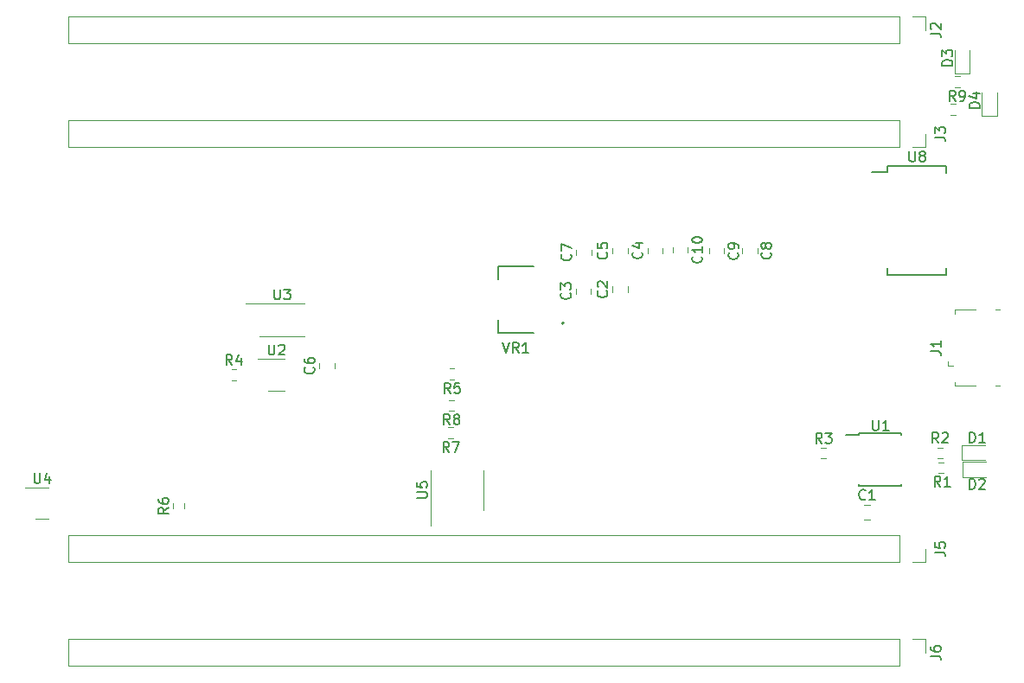
<source format=gbr>
%TF.GenerationSoftware,KiCad,Pcbnew,6.0.4-6f826c9f35~116~ubuntu21.10.1*%
%TF.CreationDate,2022-04-08T15:22:27+02:00*%
%TF.ProjectId,main,6d61696e-2e6b-4696-9361-645f70636258,rev?*%
%TF.SameCoordinates,Original*%
%TF.FileFunction,Legend,Top*%
%TF.FilePolarity,Positive*%
%FSLAX46Y46*%
G04 Gerber Fmt 4.6, Leading zero omitted, Abs format (unit mm)*
G04 Created by KiCad (PCBNEW 6.0.4-6f826c9f35~116~ubuntu21.10.1) date 2022-04-08 15:22:27*
%MOMM*%
%LPD*%
G01*
G04 APERTURE LIST*
%ADD10C,0.150000*%
%ADD11C,0.120000*%
%ADD12C,0.127000*%
%ADD13C,0.200000*%
G04 APERTURE END LIST*
D10*
%TO.C,R9*%
X184573333Y-72972380D02*
X184240000Y-72496190D01*
X184001904Y-72972380D02*
X184001904Y-71972380D01*
X184382857Y-71972380D01*
X184478095Y-72020000D01*
X184525714Y-72067619D01*
X184573333Y-72162857D01*
X184573333Y-72305714D01*
X184525714Y-72400952D01*
X184478095Y-72448571D01*
X184382857Y-72496190D01*
X184001904Y-72496190D01*
X185049523Y-72972380D02*
X185240000Y-72972380D01*
X185335238Y-72924761D01*
X185382857Y-72877142D01*
X185478095Y-72734285D01*
X185525714Y-72543809D01*
X185525714Y-72162857D01*
X185478095Y-72067619D01*
X185430476Y-72020000D01*
X185335238Y-71972380D01*
X185144761Y-71972380D01*
X185049523Y-72020000D01*
X185001904Y-72067619D01*
X184954285Y-72162857D01*
X184954285Y-72400952D01*
X185001904Y-72496190D01*
X185049523Y-72543809D01*
X185144761Y-72591428D01*
X185335238Y-72591428D01*
X185430476Y-72543809D01*
X185478095Y-72496190D01*
X185525714Y-72400952D01*
%TO.C,C7*%
X146877142Y-87996666D02*
X146924761Y-88044285D01*
X146972380Y-88187142D01*
X146972380Y-88282380D01*
X146924761Y-88425238D01*
X146829523Y-88520476D01*
X146734285Y-88568095D01*
X146543809Y-88615714D01*
X146400952Y-88615714D01*
X146210476Y-88568095D01*
X146115238Y-88520476D01*
X146020000Y-88425238D01*
X145972380Y-88282380D01*
X145972380Y-88187142D01*
X146020000Y-88044285D01*
X146067619Y-87996666D01*
X145972380Y-87663333D02*
X145972380Y-86996666D01*
X146972380Y-87425238D01*
%TO.C,C6*%
X121727142Y-99066666D02*
X121774761Y-99114285D01*
X121822380Y-99257142D01*
X121822380Y-99352380D01*
X121774761Y-99495238D01*
X121679523Y-99590476D01*
X121584285Y-99638095D01*
X121393809Y-99685714D01*
X121250952Y-99685714D01*
X121060476Y-99638095D01*
X120965238Y-99590476D01*
X120870000Y-99495238D01*
X120822380Y-99352380D01*
X120822380Y-99257142D01*
X120870000Y-99114285D01*
X120917619Y-99066666D01*
X120822380Y-98209523D02*
X120822380Y-98400000D01*
X120870000Y-98495238D01*
X120917619Y-98542857D01*
X121060476Y-98638095D01*
X121250952Y-98685714D01*
X121631904Y-98685714D01*
X121727142Y-98638095D01*
X121774761Y-98590476D01*
X121822380Y-98495238D01*
X121822380Y-98304761D01*
X121774761Y-98209523D01*
X121727142Y-98161904D01*
X121631904Y-98114285D01*
X121393809Y-98114285D01*
X121298571Y-98161904D01*
X121250952Y-98209523D01*
X121203333Y-98304761D01*
X121203333Y-98495238D01*
X121250952Y-98590476D01*
X121298571Y-98638095D01*
X121393809Y-98685714D01*
%TO.C,D3*%
X184272380Y-69518095D02*
X183272380Y-69518095D01*
X183272380Y-69280000D01*
X183320000Y-69137142D01*
X183415238Y-69041904D01*
X183510476Y-68994285D01*
X183700952Y-68946666D01*
X183843809Y-68946666D01*
X184034285Y-68994285D01*
X184129523Y-69041904D01*
X184224761Y-69137142D01*
X184272380Y-69280000D01*
X184272380Y-69518095D01*
X183272380Y-68613333D02*
X183272380Y-67994285D01*
X183653333Y-68327619D01*
X183653333Y-68184761D01*
X183700952Y-68089523D01*
X183748571Y-68041904D01*
X183843809Y-67994285D01*
X184081904Y-67994285D01*
X184177142Y-68041904D01*
X184224761Y-68089523D01*
X184272380Y-68184761D01*
X184272380Y-68470476D01*
X184224761Y-68565714D01*
X184177142Y-68613333D01*
%TO.C,J1*%
X182152380Y-97473333D02*
X182866666Y-97473333D01*
X183009523Y-97520952D01*
X183104761Y-97616190D01*
X183152380Y-97759047D01*
X183152380Y-97854285D01*
X183152380Y-96473333D02*
X183152380Y-97044761D01*
X183152380Y-96759047D02*
X182152380Y-96759047D01*
X182295238Y-96854285D01*
X182390476Y-96949523D01*
X182438095Y-97044761D01*
%TO.C,U3*%
X117888095Y-91422380D02*
X117888095Y-92231904D01*
X117935714Y-92327142D01*
X117983333Y-92374761D01*
X118078571Y-92422380D01*
X118269047Y-92422380D01*
X118364285Y-92374761D01*
X118411904Y-92327142D01*
X118459523Y-92231904D01*
X118459523Y-91422380D01*
X118840476Y-91422380D02*
X119459523Y-91422380D01*
X119126190Y-91803333D01*
X119269047Y-91803333D01*
X119364285Y-91850952D01*
X119411904Y-91898571D01*
X119459523Y-91993809D01*
X119459523Y-92231904D01*
X119411904Y-92327142D01*
X119364285Y-92374761D01*
X119269047Y-92422380D01*
X118983333Y-92422380D01*
X118888095Y-92374761D01*
X118840476Y-92327142D01*
%TO.C,C2*%
X150417142Y-91586666D02*
X150464761Y-91634285D01*
X150512380Y-91777142D01*
X150512380Y-91872380D01*
X150464761Y-92015238D01*
X150369523Y-92110476D01*
X150274285Y-92158095D01*
X150083809Y-92205714D01*
X149940952Y-92205714D01*
X149750476Y-92158095D01*
X149655238Y-92110476D01*
X149560000Y-92015238D01*
X149512380Y-91872380D01*
X149512380Y-91777142D01*
X149560000Y-91634285D01*
X149607619Y-91586666D01*
X149607619Y-91205714D02*
X149560000Y-91158095D01*
X149512380Y-91062857D01*
X149512380Y-90824761D01*
X149560000Y-90729523D01*
X149607619Y-90681904D01*
X149702857Y-90634285D01*
X149798095Y-90634285D01*
X149940952Y-90681904D01*
X150512380Y-91253333D01*
X150512380Y-90634285D01*
%TO.C,U8*%
X180058095Y-77912380D02*
X180058095Y-78721904D01*
X180105714Y-78817142D01*
X180153333Y-78864761D01*
X180248571Y-78912380D01*
X180439047Y-78912380D01*
X180534285Y-78864761D01*
X180581904Y-78817142D01*
X180629523Y-78721904D01*
X180629523Y-77912380D01*
X181248571Y-78340952D02*
X181153333Y-78293333D01*
X181105714Y-78245714D01*
X181058095Y-78150476D01*
X181058095Y-78102857D01*
X181105714Y-78007619D01*
X181153333Y-77960000D01*
X181248571Y-77912380D01*
X181439047Y-77912380D01*
X181534285Y-77960000D01*
X181581904Y-78007619D01*
X181629523Y-78102857D01*
X181629523Y-78150476D01*
X181581904Y-78245714D01*
X181534285Y-78293333D01*
X181439047Y-78340952D01*
X181248571Y-78340952D01*
X181153333Y-78388571D01*
X181105714Y-78436190D01*
X181058095Y-78531428D01*
X181058095Y-78721904D01*
X181105714Y-78817142D01*
X181153333Y-78864761D01*
X181248571Y-78912380D01*
X181439047Y-78912380D01*
X181534285Y-78864761D01*
X181581904Y-78817142D01*
X181629523Y-78721904D01*
X181629523Y-78531428D01*
X181581904Y-78436190D01*
X181534285Y-78388571D01*
X181439047Y-78340952D01*
%TO.C,VR1*%
X140235476Y-96636380D02*
X140568809Y-97636380D01*
X140902142Y-96636380D01*
X141806904Y-97636380D02*
X141473571Y-97160190D01*
X141235476Y-97636380D02*
X141235476Y-96636380D01*
X141616428Y-96636380D01*
X141711666Y-96684000D01*
X141759285Y-96731619D01*
X141806904Y-96826857D01*
X141806904Y-96969714D01*
X141759285Y-97064952D01*
X141711666Y-97112571D01*
X141616428Y-97160190D01*
X141235476Y-97160190D01*
X142759285Y-97636380D02*
X142187857Y-97636380D01*
X142473571Y-97636380D02*
X142473571Y-96636380D01*
X142378333Y-96779238D01*
X142283095Y-96874476D01*
X142187857Y-96922095D01*
%TO.C,R3*%
X171495833Y-106502380D02*
X171162500Y-106026190D01*
X170924404Y-106502380D02*
X170924404Y-105502380D01*
X171305357Y-105502380D01*
X171400595Y-105550000D01*
X171448214Y-105597619D01*
X171495833Y-105692857D01*
X171495833Y-105835714D01*
X171448214Y-105930952D01*
X171400595Y-105978571D01*
X171305357Y-106026190D01*
X170924404Y-106026190D01*
X171829166Y-105502380D02*
X172448214Y-105502380D01*
X172114880Y-105883333D01*
X172257738Y-105883333D01*
X172352976Y-105930952D01*
X172400595Y-105978571D01*
X172448214Y-106073809D01*
X172448214Y-106311904D01*
X172400595Y-106407142D01*
X172352976Y-106454761D01*
X172257738Y-106502380D01*
X171972023Y-106502380D01*
X171876785Y-106454761D01*
X171829166Y-106407142D01*
%TO.C,C1*%
X175753333Y-111947142D02*
X175705714Y-111994761D01*
X175562857Y-112042380D01*
X175467619Y-112042380D01*
X175324761Y-111994761D01*
X175229523Y-111899523D01*
X175181904Y-111804285D01*
X175134285Y-111613809D01*
X175134285Y-111470952D01*
X175181904Y-111280476D01*
X175229523Y-111185238D01*
X175324761Y-111090000D01*
X175467619Y-111042380D01*
X175562857Y-111042380D01*
X175705714Y-111090000D01*
X175753333Y-111137619D01*
X176705714Y-112042380D02*
X176134285Y-112042380D01*
X176420000Y-112042380D02*
X176420000Y-111042380D01*
X176324761Y-111185238D01*
X176229523Y-111280476D01*
X176134285Y-111328095D01*
%TO.C,J3*%
X182562380Y-76533333D02*
X183276666Y-76533333D01*
X183419523Y-76580952D01*
X183514761Y-76676190D01*
X183562380Y-76819047D01*
X183562380Y-76914285D01*
X182562380Y-76152380D02*
X182562380Y-75533333D01*
X182943333Y-75866666D01*
X182943333Y-75723809D01*
X182990952Y-75628571D01*
X183038571Y-75580952D01*
X183133809Y-75533333D01*
X183371904Y-75533333D01*
X183467142Y-75580952D01*
X183514761Y-75628571D01*
X183562380Y-75723809D01*
X183562380Y-76009523D01*
X183514761Y-76104761D01*
X183467142Y-76152380D01*
%TO.C,R1*%
X183095833Y-110742380D02*
X182762500Y-110266190D01*
X182524404Y-110742380D02*
X182524404Y-109742380D01*
X182905357Y-109742380D01*
X183000595Y-109790000D01*
X183048214Y-109837619D01*
X183095833Y-109932857D01*
X183095833Y-110075714D01*
X183048214Y-110170952D01*
X183000595Y-110218571D01*
X182905357Y-110266190D01*
X182524404Y-110266190D01*
X184048214Y-110742380D02*
X183476785Y-110742380D01*
X183762500Y-110742380D02*
X183762500Y-109742380D01*
X183667261Y-109885238D01*
X183572023Y-109980476D01*
X183476785Y-110028095D01*
%TO.C,C3*%
X146827142Y-91776666D02*
X146874761Y-91824285D01*
X146922380Y-91967142D01*
X146922380Y-92062380D01*
X146874761Y-92205238D01*
X146779523Y-92300476D01*
X146684285Y-92348095D01*
X146493809Y-92395714D01*
X146350952Y-92395714D01*
X146160476Y-92348095D01*
X146065238Y-92300476D01*
X145970000Y-92205238D01*
X145922380Y-92062380D01*
X145922380Y-91967142D01*
X145970000Y-91824285D01*
X146017619Y-91776666D01*
X145922380Y-91443333D02*
X145922380Y-90824285D01*
X146303333Y-91157619D01*
X146303333Y-91014761D01*
X146350952Y-90919523D01*
X146398571Y-90871904D01*
X146493809Y-90824285D01*
X146731904Y-90824285D01*
X146827142Y-90871904D01*
X146874761Y-90919523D01*
X146922380Y-91014761D01*
X146922380Y-91300476D01*
X146874761Y-91395714D01*
X146827142Y-91443333D01*
%TO.C,C8*%
X166467142Y-87826666D02*
X166514761Y-87874285D01*
X166562380Y-88017142D01*
X166562380Y-88112380D01*
X166514761Y-88255238D01*
X166419523Y-88350476D01*
X166324285Y-88398095D01*
X166133809Y-88445714D01*
X165990952Y-88445714D01*
X165800476Y-88398095D01*
X165705238Y-88350476D01*
X165610000Y-88255238D01*
X165562380Y-88112380D01*
X165562380Y-88017142D01*
X165610000Y-87874285D01*
X165657619Y-87826666D01*
X165990952Y-87255238D02*
X165943333Y-87350476D01*
X165895714Y-87398095D01*
X165800476Y-87445714D01*
X165752857Y-87445714D01*
X165657619Y-87398095D01*
X165610000Y-87350476D01*
X165562380Y-87255238D01*
X165562380Y-87064761D01*
X165610000Y-86969523D01*
X165657619Y-86921904D01*
X165752857Y-86874285D01*
X165800476Y-86874285D01*
X165895714Y-86921904D01*
X165943333Y-86969523D01*
X165990952Y-87064761D01*
X165990952Y-87255238D01*
X166038571Y-87350476D01*
X166086190Y-87398095D01*
X166181428Y-87445714D01*
X166371904Y-87445714D01*
X166467142Y-87398095D01*
X166514761Y-87350476D01*
X166562380Y-87255238D01*
X166562380Y-87064761D01*
X166514761Y-86969523D01*
X166467142Y-86921904D01*
X166371904Y-86874285D01*
X166181428Y-86874285D01*
X166086190Y-86921904D01*
X166038571Y-86969523D01*
X165990952Y-87064761D01*
%TO.C,J2*%
X182122380Y-66373333D02*
X182836666Y-66373333D01*
X182979523Y-66420952D01*
X183074761Y-66516190D01*
X183122380Y-66659047D01*
X183122380Y-66754285D01*
X182217619Y-65944761D02*
X182170000Y-65897142D01*
X182122380Y-65801904D01*
X182122380Y-65563809D01*
X182170000Y-65468571D01*
X182217619Y-65420952D01*
X182312857Y-65373333D01*
X182408095Y-65373333D01*
X182550952Y-65420952D01*
X183122380Y-65992380D01*
X183122380Y-65373333D01*
%TO.C,R2*%
X182915833Y-106462380D02*
X182582500Y-105986190D01*
X182344404Y-106462380D02*
X182344404Y-105462380D01*
X182725357Y-105462380D01*
X182820595Y-105510000D01*
X182868214Y-105557619D01*
X182915833Y-105652857D01*
X182915833Y-105795714D01*
X182868214Y-105890952D01*
X182820595Y-105938571D01*
X182725357Y-105986190D01*
X182344404Y-105986190D01*
X183296785Y-105557619D02*
X183344404Y-105510000D01*
X183439642Y-105462380D01*
X183677738Y-105462380D01*
X183772976Y-105510000D01*
X183820595Y-105557619D01*
X183868214Y-105652857D01*
X183868214Y-105748095D01*
X183820595Y-105890952D01*
X183249166Y-106462380D01*
X183868214Y-106462380D01*
%TO.C,D2*%
X185951904Y-110992380D02*
X185951904Y-109992380D01*
X186190000Y-109992380D01*
X186332857Y-110040000D01*
X186428095Y-110135238D01*
X186475714Y-110230476D01*
X186523333Y-110420952D01*
X186523333Y-110563809D01*
X186475714Y-110754285D01*
X186428095Y-110849523D01*
X186332857Y-110944761D01*
X186190000Y-110992380D01*
X185951904Y-110992380D01*
X186904285Y-110087619D02*
X186951904Y-110040000D01*
X187047142Y-109992380D01*
X187285238Y-109992380D01*
X187380476Y-110040000D01*
X187428095Y-110087619D01*
X187475714Y-110182857D01*
X187475714Y-110278095D01*
X187428095Y-110420952D01*
X186856666Y-110992380D01*
X187475714Y-110992380D01*
%TO.C,R4*%
X113763333Y-98832380D02*
X113430000Y-98356190D01*
X113191904Y-98832380D02*
X113191904Y-97832380D01*
X113572857Y-97832380D01*
X113668095Y-97880000D01*
X113715714Y-97927619D01*
X113763333Y-98022857D01*
X113763333Y-98165714D01*
X113715714Y-98260952D01*
X113668095Y-98308571D01*
X113572857Y-98356190D01*
X113191904Y-98356190D01*
X114620476Y-98165714D02*
X114620476Y-98832380D01*
X114382380Y-97784761D02*
X114144285Y-98499047D01*
X114763333Y-98499047D01*
%TO.C,C9*%
X163237142Y-87846666D02*
X163284761Y-87894285D01*
X163332380Y-88037142D01*
X163332380Y-88132380D01*
X163284761Y-88275238D01*
X163189523Y-88370476D01*
X163094285Y-88418095D01*
X162903809Y-88465714D01*
X162760952Y-88465714D01*
X162570476Y-88418095D01*
X162475238Y-88370476D01*
X162380000Y-88275238D01*
X162332380Y-88132380D01*
X162332380Y-88037142D01*
X162380000Y-87894285D01*
X162427619Y-87846666D01*
X163332380Y-87370476D02*
X163332380Y-87180000D01*
X163284761Y-87084761D01*
X163237142Y-87037142D01*
X163094285Y-86941904D01*
X162903809Y-86894285D01*
X162522857Y-86894285D01*
X162427619Y-86941904D01*
X162380000Y-86989523D01*
X162332380Y-87084761D01*
X162332380Y-87275238D01*
X162380000Y-87370476D01*
X162427619Y-87418095D01*
X162522857Y-87465714D01*
X162760952Y-87465714D01*
X162856190Y-87418095D01*
X162903809Y-87370476D01*
X162951428Y-87275238D01*
X162951428Y-87084761D01*
X162903809Y-86989523D01*
X162856190Y-86941904D01*
X162760952Y-86894285D01*
%TO.C,R8*%
X135078333Y-104662380D02*
X134745000Y-104186190D01*
X134506904Y-104662380D02*
X134506904Y-103662380D01*
X134887857Y-103662380D01*
X134983095Y-103710000D01*
X135030714Y-103757619D01*
X135078333Y-103852857D01*
X135078333Y-103995714D01*
X135030714Y-104090952D01*
X134983095Y-104138571D01*
X134887857Y-104186190D01*
X134506904Y-104186190D01*
X135649761Y-104090952D02*
X135554523Y-104043333D01*
X135506904Y-103995714D01*
X135459285Y-103900476D01*
X135459285Y-103852857D01*
X135506904Y-103757619D01*
X135554523Y-103710000D01*
X135649761Y-103662380D01*
X135840238Y-103662380D01*
X135935476Y-103710000D01*
X135983095Y-103757619D01*
X136030714Y-103852857D01*
X136030714Y-103900476D01*
X135983095Y-103995714D01*
X135935476Y-104043333D01*
X135840238Y-104090952D01*
X135649761Y-104090952D01*
X135554523Y-104138571D01*
X135506904Y-104186190D01*
X135459285Y-104281428D01*
X135459285Y-104471904D01*
X135506904Y-104567142D01*
X135554523Y-104614761D01*
X135649761Y-104662380D01*
X135840238Y-104662380D01*
X135935476Y-104614761D01*
X135983095Y-104567142D01*
X136030714Y-104471904D01*
X136030714Y-104281428D01*
X135983095Y-104186190D01*
X135935476Y-104138571D01*
X135840238Y-104090952D01*
%TO.C,R5*%
X135123333Y-101602380D02*
X134790000Y-101126190D01*
X134551904Y-101602380D02*
X134551904Y-100602380D01*
X134932857Y-100602380D01*
X135028095Y-100650000D01*
X135075714Y-100697619D01*
X135123333Y-100792857D01*
X135123333Y-100935714D01*
X135075714Y-101030952D01*
X135028095Y-101078571D01*
X134932857Y-101126190D01*
X134551904Y-101126190D01*
X136028095Y-100602380D02*
X135551904Y-100602380D01*
X135504285Y-101078571D01*
X135551904Y-101030952D01*
X135647142Y-100983333D01*
X135885238Y-100983333D01*
X135980476Y-101030952D01*
X136028095Y-101078571D01*
X136075714Y-101173809D01*
X136075714Y-101411904D01*
X136028095Y-101507142D01*
X135980476Y-101554761D01*
X135885238Y-101602380D01*
X135647142Y-101602380D01*
X135551904Y-101554761D01*
X135504285Y-101507142D01*
%TO.C,U2*%
X117338095Y-96852380D02*
X117338095Y-97661904D01*
X117385714Y-97757142D01*
X117433333Y-97804761D01*
X117528571Y-97852380D01*
X117719047Y-97852380D01*
X117814285Y-97804761D01*
X117861904Y-97757142D01*
X117909523Y-97661904D01*
X117909523Y-96852380D01*
X118338095Y-96947619D02*
X118385714Y-96900000D01*
X118480952Y-96852380D01*
X118719047Y-96852380D01*
X118814285Y-96900000D01*
X118861904Y-96947619D01*
X118909523Y-97042857D01*
X118909523Y-97138095D01*
X118861904Y-97280952D01*
X118290476Y-97852380D01*
X118909523Y-97852380D01*
%TO.C,R7*%
X135003333Y-107362380D02*
X134670000Y-106886190D01*
X134431904Y-107362380D02*
X134431904Y-106362380D01*
X134812857Y-106362380D01*
X134908095Y-106410000D01*
X134955714Y-106457619D01*
X135003333Y-106552857D01*
X135003333Y-106695714D01*
X134955714Y-106790952D01*
X134908095Y-106838571D01*
X134812857Y-106886190D01*
X134431904Y-106886190D01*
X135336666Y-106362380D02*
X136003333Y-106362380D01*
X135574761Y-107362380D01*
%TO.C,D1*%
X185964404Y-106432380D02*
X185964404Y-105432380D01*
X186202500Y-105432380D01*
X186345357Y-105480000D01*
X186440595Y-105575238D01*
X186488214Y-105670476D01*
X186535833Y-105860952D01*
X186535833Y-106003809D01*
X186488214Y-106194285D01*
X186440595Y-106289523D01*
X186345357Y-106384761D01*
X186202500Y-106432380D01*
X185964404Y-106432380D01*
X187488214Y-106432380D02*
X186916785Y-106432380D01*
X187202500Y-106432380D02*
X187202500Y-105432380D01*
X187107261Y-105575238D01*
X187012023Y-105670476D01*
X186916785Y-105718095D01*
%TO.C,J6*%
X182122380Y-127333333D02*
X182836666Y-127333333D01*
X182979523Y-127380952D01*
X183074761Y-127476190D01*
X183122380Y-127619047D01*
X183122380Y-127714285D01*
X182122380Y-126428571D02*
X182122380Y-126619047D01*
X182170000Y-126714285D01*
X182217619Y-126761904D01*
X182360476Y-126857142D01*
X182550952Y-126904761D01*
X182931904Y-126904761D01*
X183027142Y-126857142D01*
X183074761Y-126809523D01*
X183122380Y-126714285D01*
X183122380Y-126523809D01*
X183074761Y-126428571D01*
X183027142Y-126380952D01*
X182931904Y-126333333D01*
X182693809Y-126333333D01*
X182598571Y-126380952D01*
X182550952Y-126428571D01*
X182503333Y-126523809D01*
X182503333Y-126714285D01*
X182550952Y-126809523D01*
X182598571Y-126857142D01*
X182693809Y-126904761D01*
%TO.C,U4*%
X94398095Y-109422380D02*
X94398095Y-110231904D01*
X94445714Y-110327142D01*
X94493333Y-110374761D01*
X94588571Y-110422380D01*
X94779047Y-110422380D01*
X94874285Y-110374761D01*
X94921904Y-110327142D01*
X94969523Y-110231904D01*
X94969523Y-109422380D01*
X95874285Y-109755714D02*
X95874285Y-110422380D01*
X95636190Y-109374761D02*
X95398095Y-110089047D01*
X96017142Y-110089047D01*
%TO.C,R6*%
X107542380Y-112806666D02*
X107066190Y-113140000D01*
X107542380Y-113378095D02*
X106542380Y-113378095D01*
X106542380Y-112997142D01*
X106590000Y-112901904D01*
X106637619Y-112854285D01*
X106732857Y-112806666D01*
X106875714Y-112806666D01*
X106970952Y-112854285D01*
X107018571Y-112901904D01*
X107066190Y-112997142D01*
X107066190Y-113378095D01*
X106542380Y-111949523D02*
X106542380Y-112140000D01*
X106590000Y-112235238D01*
X106637619Y-112282857D01*
X106780476Y-112378095D01*
X106970952Y-112425714D01*
X107351904Y-112425714D01*
X107447142Y-112378095D01*
X107494761Y-112330476D01*
X107542380Y-112235238D01*
X107542380Y-112044761D01*
X107494761Y-111949523D01*
X107447142Y-111901904D01*
X107351904Y-111854285D01*
X107113809Y-111854285D01*
X107018571Y-111901904D01*
X106970952Y-111949523D01*
X106923333Y-112044761D01*
X106923333Y-112235238D01*
X106970952Y-112330476D01*
X107018571Y-112378095D01*
X107113809Y-112425714D01*
%TO.C,J5*%
X182562380Y-117173333D02*
X183276666Y-117173333D01*
X183419523Y-117220952D01*
X183514761Y-117316190D01*
X183562380Y-117459047D01*
X183562380Y-117554285D01*
X182562380Y-116220952D02*
X182562380Y-116697142D01*
X183038571Y-116744761D01*
X182990952Y-116697142D01*
X182943333Y-116601904D01*
X182943333Y-116363809D01*
X182990952Y-116268571D01*
X183038571Y-116220952D01*
X183133809Y-116173333D01*
X183371904Y-116173333D01*
X183467142Y-116220952D01*
X183514761Y-116268571D01*
X183562380Y-116363809D01*
X183562380Y-116601904D01*
X183514761Y-116697142D01*
X183467142Y-116744761D01*
%TO.C,D4*%
X186932380Y-73668095D02*
X185932380Y-73668095D01*
X185932380Y-73430000D01*
X185980000Y-73287142D01*
X186075238Y-73191904D01*
X186170476Y-73144285D01*
X186360952Y-73096666D01*
X186503809Y-73096666D01*
X186694285Y-73144285D01*
X186789523Y-73191904D01*
X186884761Y-73287142D01*
X186932380Y-73430000D01*
X186932380Y-73668095D01*
X186265714Y-72239523D02*
X186932380Y-72239523D01*
X185884761Y-72477619D02*
X186599047Y-72715714D01*
X186599047Y-72096666D01*
%TO.C,U5*%
X131842380Y-111851904D02*
X132651904Y-111851904D01*
X132747142Y-111804285D01*
X132794761Y-111756666D01*
X132842380Y-111661428D01*
X132842380Y-111470952D01*
X132794761Y-111375714D01*
X132747142Y-111328095D01*
X132651904Y-111280476D01*
X131842380Y-111280476D01*
X131842380Y-110328095D02*
X131842380Y-110804285D01*
X132318571Y-110851904D01*
X132270952Y-110804285D01*
X132223333Y-110709047D01*
X132223333Y-110470952D01*
X132270952Y-110375714D01*
X132318571Y-110328095D01*
X132413809Y-110280476D01*
X132651904Y-110280476D01*
X132747142Y-110328095D01*
X132794761Y-110375714D01*
X132842380Y-110470952D01*
X132842380Y-110709047D01*
X132794761Y-110804285D01*
X132747142Y-110851904D01*
%TO.C,C10*%
X159687142Y-88212857D02*
X159734761Y-88260476D01*
X159782380Y-88403333D01*
X159782380Y-88498571D01*
X159734761Y-88641428D01*
X159639523Y-88736666D01*
X159544285Y-88784285D01*
X159353809Y-88831904D01*
X159210952Y-88831904D01*
X159020476Y-88784285D01*
X158925238Y-88736666D01*
X158830000Y-88641428D01*
X158782380Y-88498571D01*
X158782380Y-88403333D01*
X158830000Y-88260476D01*
X158877619Y-88212857D01*
X159782380Y-87260476D02*
X159782380Y-87831904D01*
X159782380Y-87546190D02*
X158782380Y-87546190D01*
X158925238Y-87641428D01*
X159020476Y-87736666D01*
X159068095Y-87831904D01*
X158782380Y-86641428D02*
X158782380Y-86546190D01*
X158830000Y-86450952D01*
X158877619Y-86403333D01*
X158972857Y-86355714D01*
X159163333Y-86308095D01*
X159401428Y-86308095D01*
X159591904Y-86355714D01*
X159687142Y-86403333D01*
X159734761Y-86450952D01*
X159782380Y-86546190D01*
X159782380Y-86641428D01*
X159734761Y-86736666D01*
X159687142Y-86784285D01*
X159591904Y-86831904D01*
X159401428Y-86879523D01*
X159163333Y-86879523D01*
X158972857Y-86831904D01*
X158877619Y-86784285D01*
X158830000Y-86736666D01*
X158782380Y-86641428D01*
%TO.C,C4*%
X153847142Y-87786666D02*
X153894761Y-87834285D01*
X153942380Y-87977142D01*
X153942380Y-88072380D01*
X153894761Y-88215238D01*
X153799523Y-88310476D01*
X153704285Y-88358095D01*
X153513809Y-88405714D01*
X153370952Y-88405714D01*
X153180476Y-88358095D01*
X153085238Y-88310476D01*
X152990000Y-88215238D01*
X152942380Y-88072380D01*
X152942380Y-87977142D01*
X152990000Y-87834285D01*
X153037619Y-87786666D01*
X153275714Y-86929523D02*
X153942380Y-86929523D01*
X152894761Y-87167619D02*
X153609047Y-87405714D01*
X153609047Y-86786666D01*
%TO.C,C5*%
X150417142Y-87816666D02*
X150464761Y-87864285D01*
X150512380Y-88007142D01*
X150512380Y-88102380D01*
X150464761Y-88245238D01*
X150369523Y-88340476D01*
X150274285Y-88388095D01*
X150083809Y-88435714D01*
X149940952Y-88435714D01*
X149750476Y-88388095D01*
X149655238Y-88340476D01*
X149560000Y-88245238D01*
X149512380Y-88102380D01*
X149512380Y-88007142D01*
X149560000Y-87864285D01*
X149607619Y-87816666D01*
X149512380Y-86911904D02*
X149512380Y-87388095D01*
X149988571Y-87435714D01*
X149940952Y-87388095D01*
X149893333Y-87292857D01*
X149893333Y-87054761D01*
X149940952Y-86959523D01*
X149988571Y-86911904D01*
X150083809Y-86864285D01*
X150321904Y-86864285D01*
X150417142Y-86911904D01*
X150464761Y-86959523D01*
X150512380Y-87054761D01*
X150512380Y-87292857D01*
X150464761Y-87388095D01*
X150417142Y-87435714D01*
%TO.C,U1*%
X176460595Y-104252380D02*
X176460595Y-105061904D01*
X176508214Y-105157142D01*
X176555833Y-105204761D01*
X176651071Y-105252380D01*
X176841547Y-105252380D01*
X176936785Y-105204761D01*
X176984404Y-105157142D01*
X177032023Y-105061904D01*
X177032023Y-104252380D01*
X178032023Y-105252380D02*
X177460595Y-105252380D01*
X177746309Y-105252380D02*
X177746309Y-104252380D01*
X177651071Y-104395238D01*
X177555833Y-104490476D01*
X177460595Y-104538095D01*
D11*
%TO.C,R9*%
X184977258Y-70567500D02*
X184502742Y-70567500D01*
X184977258Y-71612500D02*
X184502742Y-71612500D01*
%TO.C,C7*%
X148935000Y-88091252D02*
X148935000Y-87568748D01*
X147465000Y-88091252D02*
X147465000Y-87568748D01*
%TO.C,C6*%
X123785000Y-99161252D02*
X123785000Y-98638748D01*
X122315000Y-99161252D02*
X122315000Y-98638748D01*
%TO.C,R10*%
X184587258Y-74332500D02*
X184112742Y-74332500D01*
X184587258Y-73287500D02*
X184112742Y-73287500D01*
%TO.C,D3*%
X185985000Y-70265000D02*
X185985000Y-67980000D01*
X184515000Y-67980000D02*
X184515000Y-70265000D01*
X184515000Y-70265000D02*
X185985000Y-70265000D01*
%TO.C,J1*%
X188890000Y-100900000D02*
X188490000Y-100900000D01*
X186520000Y-93380000D02*
X184540000Y-93380000D01*
X184540000Y-100900000D02*
X184540000Y-100480000D01*
X183860000Y-98450000D02*
X183860000Y-98900000D01*
X184540000Y-93380000D02*
X184540000Y-93800000D01*
X186520000Y-100900000D02*
X184540000Y-100900000D01*
X188490000Y-93380000D02*
X188890000Y-93380000D01*
X184310000Y-98900000D02*
X183860000Y-98900000D01*
%TO.C,U3*%
X118650000Y-96030000D02*
X116450000Y-96030000D01*
X118650000Y-92810000D02*
X120850000Y-92810000D01*
X118650000Y-96030000D02*
X120850000Y-96030000D01*
X118650000Y-92810000D02*
X115050000Y-92810000D01*
%TO.C,C2*%
X152475000Y-91681252D02*
X152475000Y-91158748D01*
X151005000Y-91681252D02*
X151005000Y-91158748D01*
D10*
%TO.C,U8*%
X183695000Y-79385000D02*
X183695000Y-80035000D01*
X177945000Y-79385000D02*
X177945000Y-79960000D01*
X177945000Y-90035000D02*
X177945000Y-89385000D01*
X177945000Y-79385000D02*
X183695000Y-79385000D01*
X183695000Y-90035000D02*
X183695000Y-89385000D01*
X177945000Y-90035000D02*
X183695000Y-90035000D01*
X177945000Y-79960000D02*
X176345000Y-79960000D01*
D12*
%TO.C,VR1*%
X143270000Y-95680000D02*
X139770000Y-95680000D01*
X139770000Y-95680000D02*
X139770000Y-94440000D01*
X143270000Y-89180000D02*
X139770000Y-89180000D01*
X139770000Y-89180000D02*
X139770000Y-90420000D01*
D13*
X146220000Y-94730000D02*
G75*
G03*
X146220000Y-94730000I-100000J0D01*
G01*
D11*
%TO.C,R3*%
X171425242Y-108002500D02*
X171899758Y-108002500D01*
X171425242Y-106957500D02*
X171899758Y-106957500D01*
%TO.C,C1*%
X175658748Y-114005000D02*
X176181252Y-114005000D01*
X175658748Y-112535000D02*
X176181252Y-112535000D01*
%TO.C,J3*%
X181670000Y-77530000D02*
X180340000Y-77530000D01*
X179070000Y-74870000D02*
X97730000Y-74870000D01*
X179070000Y-74870000D02*
X179070000Y-77530000D01*
X97730000Y-74870000D02*
X97730000Y-77530000D01*
X181670000Y-76200000D02*
X181670000Y-77530000D01*
X179070000Y-77530000D02*
X97730000Y-77530000D01*
%TO.C,R1*%
X182935242Y-109432500D02*
X183409758Y-109432500D01*
X182935242Y-108387500D02*
X183409758Y-108387500D01*
%TO.C,C3*%
X147415000Y-91871252D02*
X147415000Y-91348748D01*
X148885000Y-91871252D02*
X148885000Y-91348748D01*
%TO.C,C8*%
X165165000Y-87398748D02*
X165165000Y-87921252D01*
X163695000Y-87398748D02*
X163695000Y-87921252D01*
%TO.C,J2*%
X180340000Y-64710000D02*
X181670000Y-64710000D01*
X179070000Y-67370000D02*
X97730000Y-67370000D01*
X179070000Y-64710000D02*
X179070000Y-67370000D01*
X181670000Y-64710000D02*
X181670000Y-66040000D01*
X97730000Y-64710000D02*
X97730000Y-67370000D01*
X179070000Y-64710000D02*
X97730000Y-64710000D01*
%TO.C,R2*%
X182845242Y-106917500D02*
X183319758Y-106917500D01*
X182845242Y-107962500D02*
X183319758Y-107962500D01*
%TO.C,D2*%
X187520000Y-108335000D02*
X185235000Y-108335000D01*
X185235000Y-108335000D02*
X185235000Y-109805000D01*
X185235000Y-109805000D02*
X187520000Y-109805000D01*
%TO.C,R4*%
X113692742Y-100332500D02*
X114167258Y-100332500D01*
X113692742Y-99287500D02*
X114167258Y-99287500D01*
%TO.C,C9*%
X161935000Y-87418748D02*
X161935000Y-87941252D01*
X160465000Y-87418748D02*
X160465000Y-87941252D01*
%TO.C,R8*%
X135482258Y-102257500D02*
X135007742Y-102257500D01*
X135482258Y-103302500D02*
X135007742Y-103302500D01*
%TO.C,R5*%
X135527258Y-100242500D02*
X135052742Y-100242500D01*
X135527258Y-99197500D02*
X135052742Y-99197500D01*
%TO.C,U2*%
X118100000Y-98240000D02*
X118900000Y-98240000D01*
X118100000Y-101360000D02*
X118900000Y-101360000D01*
X118100000Y-101360000D02*
X117300000Y-101360000D01*
X118100000Y-98240000D02*
X116300000Y-98240000D01*
%TO.C,R7*%
X135407258Y-104957500D02*
X134932742Y-104957500D01*
X135407258Y-106002500D02*
X134932742Y-106002500D01*
%TO.C,D1*%
X187502500Y-106675000D02*
X185217500Y-106675000D01*
X185217500Y-108145000D02*
X187502500Y-108145000D01*
X185217500Y-106675000D02*
X185217500Y-108145000D01*
%TO.C,J6*%
X180340000Y-125670000D02*
X181670000Y-125670000D01*
X179070000Y-125670000D02*
X179070000Y-128330000D01*
X97730000Y-125670000D02*
X97730000Y-128330000D01*
X181670000Y-125670000D02*
X181670000Y-127000000D01*
X179070000Y-128330000D02*
X97730000Y-128330000D01*
X179070000Y-125670000D02*
X97730000Y-125670000D01*
%TO.C,U4*%
X95160000Y-113930000D02*
X95810000Y-113930000D01*
X95160000Y-110810000D02*
X93485000Y-110810000D01*
X95160000Y-113930000D02*
X94510000Y-113930000D01*
X95160000Y-110810000D02*
X95810000Y-110810000D01*
%TO.C,R6*%
X107997500Y-112877258D02*
X107997500Y-112402742D01*
X109042500Y-112877258D02*
X109042500Y-112402742D01*
%TO.C,J5*%
X179070000Y-115510000D02*
X179070000Y-118170000D01*
X181670000Y-118170000D02*
X180340000Y-118170000D01*
X97730000Y-115510000D02*
X97730000Y-118170000D01*
X179070000Y-115510000D02*
X97730000Y-115510000D01*
X181670000Y-116840000D02*
X181670000Y-118170000D01*
X179070000Y-118170000D02*
X97730000Y-118170000D01*
%TO.C,D4*%
X187175000Y-74415000D02*
X188645000Y-74415000D01*
X187175000Y-72130000D02*
X187175000Y-74415000D01*
X188645000Y-74415000D02*
X188645000Y-72130000D01*
%TO.C,U5*%
X138350000Y-111090000D02*
X138350000Y-113040000D01*
X133230000Y-111090000D02*
X133230000Y-109140000D01*
X133230000Y-111090000D02*
X133230000Y-114540000D01*
X138350000Y-111090000D02*
X138350000Y-109140000D01*
%TO.C,C10*%
X158385000Y-87308748D02*
X158385000Y-87831252D01*
X156915000Y-87308748D02*
X156915000Y-87831252D01*
%TO.C,C4*%
X155905000Y-87881252D02*
X155905000Y-87358748D01*
X154435000Y-87881252D02*
X154435000Y-87358748D01*
%TO.C,C5*%
X152475000Y-87911252D02*
X152475000Y-87388748D01*
X151005000Y-87911252D02*
X151005000Y-87388748D01*
D10*
%TO.C,U1*%
X175147500Y-105525000D02*
X175147500Y-105725000D01*
X179297500Y-105525000D02*
X179297500Y-105725000D01*
X175147500Y-105525000D02*
X179297500Y-105525000D01*
X175147500Y-105725000D02*
X173847500Y-105725000D01*
X179297500Y-110675000D02*
X179297500Y-110475000D01*
X175147500Y-110675000D02*
X175147500Y-110475000D01*
X175147500Y-110675000D02*
X179297500Y-110675000D01*
%TD*%
M02*

</source>
